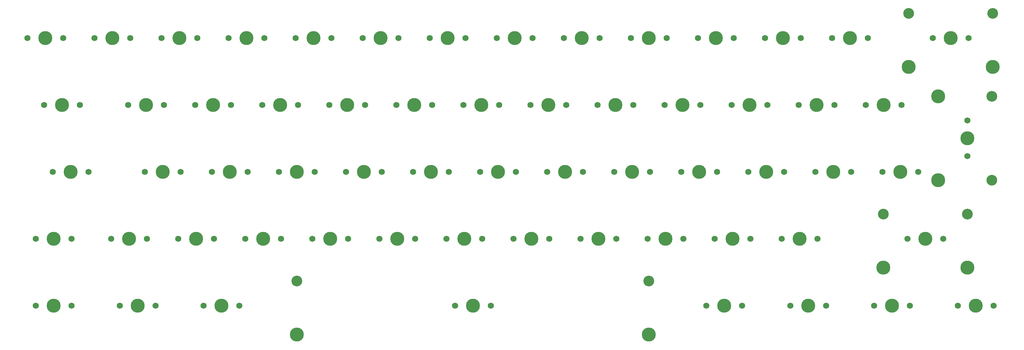
<source format=gbr>
%TF.GenerationSoftware,KiCad,Pcbnew,5.1.6-c6e7f7d~86~ubuntu18.04.1*%
%TF.CreationDate,2020-05-28T23:24:40+02:00*%
%TF.ProjectId,keyboard-layout,6b657962-6f61-4726-942d-6c61796f7574,rev?*%
%TF.SameCoordinates,Original*%
%TF.FileFunction,NonPlated,1,2,NPTH,Drill*%
%TF.FilePolarity,Positive*%
%FSLAX46Y46*%
G04 Gerber Fmt 4.6, Leading zero omitted, Abs format (unit mm)*
G04 Created by KiCad (PCBNEW 5.1.6-c6e7f7d~86~ubuntu18.04.1) date 2020-05-28 23:24:40*
%MOMM*%
%LPD*%
G01*
G04 APERTURE LIST*
%TA.AperFunction,ComponentDrill*%
%ADD10C,1.750000*%
%TD*%
%TA.AperFunction,ComponentDrill*%
%ADD11C,3.048000*%
%TD*%
%TA.AperFunction,ComponentDrill*%
%ADD12C,3.987800*%
%TD*%
G04 APERTURE END LIST*
D10*
%TO.C,K_D*%
X95882500Y-67625000D03*
X95882500Y-67625000D03*
X106042500Y-67625000D03*
X106042500Y-67625000D03*
%TO.C,K_ALT*%
X74451250Y-105725000D03*
X74451250Y-105725000D03*
X84611250Y-105725000D03*
X84611250Y-105725000D03*
%TO.C,K_B*%
X143507500Y-86675000D03*
X143507500Y-86675000D03*
X153667500Y-86675000D03*
X153667500Y-86675000D03*
%TO.C,K_L*%
X210182500Y-67625000D03*
X210182500Y-67625000D03*
X220342500Y-67625000D03*
X220342500Y-67625000D03*
%TO.C,K_TAB*%
X29207500Y-48575000D03*
X29207500Y-48575000D03*
X39367500Y-48575000D03*
X39367500Y-48575000D03*
%TO.C,K_Q*%
X53020000Y-48575000D03*
X53020000Y-48575000D03*
X63180000Y-48575000D03*
X63180000Y-48575000D03*
%TO.C,K_]*%
X262570000Y-48575000D03*
X262570000Y-48575000D03*
X272730000Y-48575000D03*
X272730000Y-48575000D03*
%TO.C,K_ENTER*%
X291462500Y-53020000D03*
X291462500Y-53020000D03*
X291462500Y-63180000D03*
X291462500Y-63180000D03*
%TO.C,K_A*%
X57782500Y-67625000D03*
X57782500Y-67625000D03*
X67942500Y-67625000D03*
X67942500Y-67625000D03*
%TO.C,K_U*%
X167320000Y-48575000D03*
X167320000Y-48575000D03*
X177480000Y-48575000D03*
X177480000Y-48575000D03*
%TO.C,K_S*%
X76832500Y-67625000D03*
X76832500Y-67625000D03*
X86992500Y-67625000D03*
X86992500Y-67625000D03*
%TO.C,K_EQUAL*%
X253045000Y-29525000D03*
X253045000Y-29525000D03*
X263205000Y-29525000D03*
X263205000Y-29525000D03*
%TO.C,K_V*%
X124457500Y-86675000D03*
X124457500Y-86675000D03*
X134617500Y-86675000D03*
X134617500Y-86675000D03*
%TO.C,K_SHIFT1*%
X274476250Y-86675000D03*
X274476250Y-86675000D03*
X284636250Y-86675000D03*
X284636250Y-86675000D03*
%TO.C,K_3*%
X81595000Y-29525000D03*
X81595000Y-29525000D03*
X91755000Y-29525000D03*
X91755000Y-29525000D03*
%TO.C,K_8*%
X176845000Y-29525000D03*
X176845000Y-29525000D03*
X187005000Y-29525000D03*
X187005000Y-29525000D03*
%TO.C,K_*%
X145888750Y-105725000D03*
X145888750Y-105725000D03*
X156048750Y-105725000D03*
X156048750Y-105725000D03*
%TO.C,K_R*%
X110170000Y-48575000D03*
X110170000Y-48575000D03*
X120330000Y-48575000D03*
X120330000Y-48575000D03*
%TO.C,K_2*%
X62545000Y-29525000D03*
X62545000Y-29525000D03*
X72705000Y-29525000D03*
X72705000Y-29525000D03*
%TO.C,K_6*%
X138745000Y-29525000D03*
X138745000Y-29525000D03*
X148905000Y-29525000D03*
X148905000Y-29525000D03*
%TO.C,K_MINUS*%
X233995000Y-29525000D03*
X233995000Y-29525000D03*
X244155000Y-29525000D03*
X244155000Y-29525000D03*
%TO.C,K_K*%
X191132500Y-67625000D03*
X191132500Y-67625000D03*
X201292500Y-67625000D03*
X201292500Y-67625000D03*
%TO.C,K_ALTGR*%
X217326250Y-105725000D03*
X217326250Y-105725000D03*
X227486250Y-105725000D03*
X227486250Y-105725000D03*
%TO.C,K_WIN1*%
X241138750Y-105725000D03*
X241138750Y-105725000D03*
X251298750Y-105725000D03*
X251298750Y-105725000D03*
%TO.C,K_BACKSPACE*%
X281620000Y-29525000D03*
X281620000Y-29525000D03*
X291780000Y-29525000D03*
X291780000Y-29525000D03*
%TO.C,K_[*%
X243520000Y-48575000D03*
X243520000Y-48575000D03*
X253680000Y-48575000D03*
X253680000Y-48575000D03*
%TO.C,K_0*%
X214945000Y-29525000D03*
X214945000Y-29525000D03*
X225105000Y-29525000D03*
X225105000Y-29525000D03*
%TO.C,K_J*%
X172082500Y-67625000D03*
X172082500Y-67625000D03*
X182242500Y-67625000D03*
X182242500Y-67625000D03*
%TO.C,K_7*%
X157795000Y-29525000D03*
X157795000Y-29525000D03*
X167955000Y-29525000D03*
X167955000Y-29525000D03*
%TO.C,K_Y*%
X148270000Y-48575000D03*
X148270000Y-48575000D03*
X158430000Y-48575000D03*
X158430000Y-48575000D03*
%TO.C,K_C*%
X105407500Y-86675000D03*
X105407500Y-86675000D03*
X115567500Y-86675000D03*
X115567500Y-86675000D03*
%TO.C,K_CAPS_LOCK*%
X31588750Y-67625000D03*
X31588750Y-67625000D03*
X41748750Y-67625000D03*
X41748750Y-67625000D03*
%TO.C,K_MENU*%
X264951250Y-105725000D03*
X264951250Y-105725000D03*
X275111250Y-105725000D03*
X275111250Y-105725000D03*
%TO.C,K_CTRL1*%
X288763750Y-105725000D03*
X288763750Y-105725000D03*
X298923750Y-105725000D03*
X298923750Y-105725000D03*
%TO.C,K_H*%
X153032500Y-67625000D03*
X153032500Y-67625000D03*
X163192500Y-67625000D03*
X163192500Y-67625000D03*
%TO.C,K_`*%
X24445000Y-29525000D03*
X24445000Y-29525000D03*
X34605000Y-29525000D03*
X34605000Y-29525000D03*
%TO.C,K_E*%
X91120000Y-48575000D03*
X91120000Y-48575000D03*
X101280000Y-48575000D03*
X101280000Y-48575000D03*
%TO.C,K_COMMA*%
X200657500Y-86675000D03*
X200657500Y-86675000D03*
X210817500Y-86675000D03*
X210817500Y-86675000D03*
%TO.C,K_CTRL*%
X26826250Y-105725000D03*
X26826250Y-105725000D03*
X36986250Y-105725000D03*
X36986250Y-105725000D03*
%TO.C,K_T*%
X129220000Y-48575000D03*
X129220000Y-48575000D03*
X139380000Y-48575000D03*
X139380000Y-48575000D03*
%TO.C,K_X*%
X86357500Y-86675000D03*
X86357500Y-86675000D03*
X96517500Y-86675000D03*
X96517500Y-86675000D03*
%TO.C,K_P*%
X224470000Y-48575000D03*
X224470000Y-48575000D03*
X234630000Y-48575000D03*
X234630000Y-48575000D03*
%TO.C,K_G*%
X133982500Y-67625000D03*
X133982500Y-67625000D03*
X144142500Y-67625000D03*
X144142500Y-67625000D03*
%TO.C,K_5*%
X119695000Y-29525000D03*
X119695000Y-29525000D03*
X129855000Y-29525000D03*
X129855000Y-29525000D03*
%TO.C,K_1*%
X43495000Y-29525000D03*
X43495000Y-29525000D03*
X53655000Y-29525000D03*
X53655000Y-29525000D03*
%TO.C,K_SHIFT*%
X26826250Y-86675000D03*
X26826250Y-86675000D03*
X36986250Y-86675000D03*
X36986250Y-86675000D03*
%TO.C,K_DOT*%
X219707500Y-86675000D03*
X219707500Y-86675000D03*
X229867500Y-86675000D03*
X229867500Y-86675000D03*
%TO.C,K_WIN*%
X50638750Y-105725000D03*
X50638750Y-105725000D03*
X60798750Y-105725000D03*
X60798750Y-105725000D03*
%TO.C,K_O*%
X205420000Y-48575000D03*
X205420000Y-48575000D03*
X215580000Y-48575000D03*
X215580000Y-48575000D03*
%TO.C,K_QUOTE*%
X248282500Y-67625000D03*
X248282500Y-67625000D03*
X258442500Y-67625000D03*
X258442500Y-67625000D03*
%TO.C,K_W*%
X72070000Y-48575000D03*
X72070000Y-48575000D03*
X82230000Y-48575000D03*
X82230000Y-48575000D03*
%TO.C,K_M*%
X181607500Y-86675000D03*
X181607500Y-86675000D03*
X191767500Y-86675000D03*
X191767500Y-86675000D03*
%TO.C,K_4*%
X100645000Y-29525000D03*
X100645000Y-29525000D03*
X110805000Y-29525000D03*
X110805000Y-29525000D03*
%TO.C,K_BSLSH*%
X48257500Y-86675000D03*
X48257500Y-86675000D03*
X58417500Y-86675000D03*
X58417500Y-86675000D03*
%TO.C,K_Z*%
X67307500Y-86675000D03*
X67307500Y-86675000D03*
X77467500Y-86675000D03*
X77467500Y-86675000D03*
%TO.C,K_I*%
X186370000Y-48575000D03*
X186370000Y-48575000D03*
X196530000Y-48575000D03*
X196530000Y-48575000D03*
%TO.C,K_SEMIC*%
X229232500Y-67625000D03*
X229232500Y-67625000D03*
X239392500Y-67625000D03*
X239392500Y-67625000D03*
%TO.C,K_F*%
X114932500Y-67625000D03*
X114932500Y-67625000D03*
X125092500Y-67625000D03*
X125092500Y-67625000D03*
%TO.C,K_N*%
X162557500Y-86675000D03*
X162557500Y-86675000D03*
X172717500Y-86675000D03*
X172717500Y-86675000D03*
%TO.C,K_9*%
X195895000Y-29525000D03*
X195895000Y-29525000D03*
X206055000Y-29525000D03*
X206055000Y-29525000D03*
%TO.C,K_#*%
X267332500Y-67625000D03*
X267332500Y-67625000D03*
X277492500Y-67625000D03*
X277492500Y-67625000D03*
%TO.C,K_SLASH*%
X238757500Y-86675000D03*
X238757500Y-86675000D03*
X248917500Y-86675000D03*
X248917500Y-86675000D03*
D11*
%TO.C,K_ENTER*%
X298447500Y-46162000D03*
X298447500Y-70038000D03*
%TO.C,K_SHIFT1*%
X267618250Y-79690000D03*
X291494250Y-79690000D03*
%TO.C,K_*%
X100968850Y-98740000D03*
X200968650Y-98740000D03*
%TO.C,K_BACKSPACE*%
X274762000Y-22540000D03*
X298638000Y-22540000D03*
D12*
%TO.C,K_D*%
X100962500Y-67625000D03*
X100962500Y-67625000D03*
%TO.C,K_ALT*%
X79531250Y-105725000D03*
X79531250Y-105725000D03*
%TO.C,K_B*%
X148587500Y-86675000D03*
X148587500Y-86675000D03*
%TO.C,K_L*%
X215262500Y-67625000D03*
X215262500Y-67625000D03*
%TO.C,K_TAB*%
X34287500Y-48575000D03*
X34287500Y-48575000D03*
%TO.C,K_Q*%
X58100000Y-48575000D03*
X58100000Y-48575000D03*
%TO.C,K_]*%
X267650000Y-48575000D03*
X267650000Y-48575000D03*
%TO.C,K_ENTER*%
X283207500Y-46162000D03*
X283207500Y-70038000D03*
X291462500Y-58100000D03*
X291462500Y-58100000D03*
%TO.C,K_A*%
X62862500Y-67625000D03*
X62862500Y-67625000D03*
%TO.C,K_U*%
X172400000Y-48575000D03*
X172400000Y-48575000D03*
%TO.C,K_S*%
X81912500Y-67625000D03*
X81912500Y-67625000D03*
%TO.C,K_EQUAL*%
X258125000Y-29525000D03*
X258125000Y-29525000D03*
%TO.C,K_V*%
X129537500Y-86675000D03*
X129537500Y-86675000D03*
%TO.C,K_SHIFT1*%
X267618250Y-94930000D03*
X279556250Y-86675000D03*
X279556250Y-86675000D03*
X291494250Y-94930000D03*
%TO.C,K_3*%
X86675000Y-29525000D03*
X86675000Y-29525000D03*
%TO.C,K_8*%
X181925000Y-29525000D03*
X181925000Y-29525000D03*
%TO.C,K_*%
X100968850Y-113980000D03*
X150968750Y-105725000D03*
X150968750Y-105725000D03*
X200968650Y-113980000D03*
%TO.C,K_R*%
X115250000Y-48575000D03*
X115250000Y-48575000D03*
%TO.C,K_2*%
X67625000Y-29525000D03*
X67625000Y-29525000D03*
%TO.C,K_6*%
X143825000Y-29525000D03*
X143825000Y-29525000D03*
%TO.C,K_MINUS*%
X239075000Y-29525000D03*
X239075000Y-29525000D03*
%TO.C,K_K*%
X196212500Y-67625000D03*
X196212500Y-67625000D03*
%TO.C,K_ALTGR*%
X222406250Y-105725000D03*
X222406250Y-105725000D03*
%TO.C,K_WIN1*%
X246218750Y-105725000D03*
X246218750Y-105725000D03*
%TO.C,K_BACKSPACE*%
X274762000Y-37780000D03*
X286700000Y-29525000D03*
X286700000Y-29525000D03*
X298638000Y-37780000D03*
%TO.C,K_[*%
X248600000Y-48575000D03*
X248600000Y-48575000D03*
%TO.C,K_0*%
X220025000Y-29525000D03*
X220025000Y-29525000D03*
%TO.C,K_J*%
X177162500Y-67625000D03*
X177162500Y-67625000D03*
%TO.C,K_7*%
X162875000Y-29525000D03*
X162875000Y-29525000D03*
%TO.C,K_Y*%
X153350000Y-48575000D03*
X153350000Y-48575000D03*
%TO.C,K_C*%
X110487500Y-86675000D03*
X110487500Y-86675000D03*
%TO.C,K_CAPS_LOCK*%
X36668750Y-67625000D03*
X36668750Y-67625000D03*
%TO.C,K_MENU*%
X270031250Y-105725000D03*
X270031250Y-105725000D03*
%TO.C,K_CTRL1*%
X293843750Y-105725000D03*
X293843750Y-105725000D03*
%TO.C,K_H*%
X158112500Y-67625000D03*
X158112500Y-67625000D03*
%TO.C,K_`*%
X29525000Y-29525000D03*
X29525000Y-29525000D03*
%TO.C,K_E*%
X96200000Y-48575000D03*
X96200000Y-48575000D03*
%TO.C,K_COMMA*%
X205737500Y-86675000D03*
X205737500Y-86675000D03*
%TO.C,K_CTRL*%
X31906250Y-105725000D03*
X31906250Y-105725000D03*
%TO.C,K_T*%
X134300000Y-48575000D03*
X134300000Y-48575000D03*
%TO.C,K_X*%
X91437500Y-86675000D03*
X91437500Y-86675000D03*
%TO.C,K_P*%
X229550000Y-48575000D03*
X229550000Y-48575000D03*
%TO.C,K_G*%
X139062500Y-67625000D03*
X139062500Y-67625000D03*
%TO.C,K_5*%
X124775000Y-29525000D03*
X124775000Y-29525000D03*
%TO.C,K_1*%
X48575000Y-29525000D03*
X48575000Y-29525000D03*
%TO.C,K_SHIFT*%
X31906250Y-86675000D03*
X31906250Y-86675000D03*
%TO.C,K_DOT*%
X224787500Y-86675000D03*
X224787500Y-86675000D03*
%TO.C,K_WIN*%
X55718750Y-105725000D03*
X55718750Y-105725000D03*
%TO.C,K_O*%
X210500000Y-48575000D03*
X210500000Y-48575000D03*
%TO.C,K_QUOTE*%
X253362500Y-67625000D03*
X253362500Y-67625000D03*
%TO.C,K_W*%
X77150000Y-48575000D03*
X77150000Y-48575000D03*
%TO.C,K_M*%
X186687500Y-86675000D03*
X186687500Y-86675000D03*
%TO.C,K_4*%
X105725000Y-29525000D03*
X105725000Y-29525000D03*
%TO.C,K_BSLSH*%
X53337500Y-86675000D03*
X53337500Y-86675000D03*
%TO.C,K_Z*%
X72387500Y-86675000D03*
X72387500Y-86675000D03*
%TO.C,K_I*%
X191450000Y-48575000D03*
X191450000Y-48575000D03*
%TO.C,K_SEMIC*%
X234312500Y-67625000D03*
X234312500Y-67625000D03*
%TO.C,K_F*%
X120012500Y-67625000D03*
X120012500Y-67625000D03*
%TO.C,K_N*%
X167637500Y-86675000D03*
X167637500Y-86675000D03*
%TO.C,K_9*%
X200975000Y-29525000D03*
X200975000Y-29525000D03*
%TO.C,K_#*%
X272412500Y-67625000D03*
X272412500Y-67625000D03*
%TO.C,K_SLASH*%
X243837500Y-86675000D03*
X243837500Y-86675000D03*
M02*

</source>
